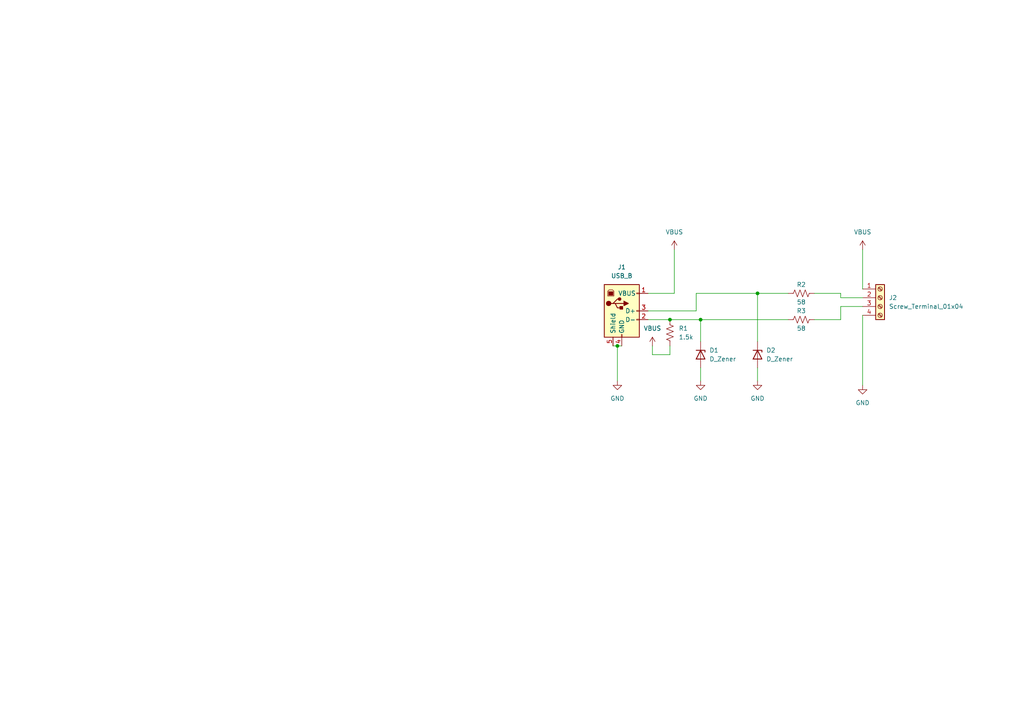
<source format=kicad_sch>
(kicad_sch (version 20230409) (generator eeschema)
  (paper "A4")
  (title_block (title "USB B") (date "2023-11-27"))
  (lib_symbols
    (symbol "Connector:Screw_Terminal_01x04" (pin_names (offset 1.016) hide)
      (property "Reference" "J" (at 0 5.08 0))
      (property "Value" "Screw_Terminal_01x04" (at 0 -7.62 0))
      (symbol "Screw_Terminal_01x04_1_1"
        (rectangle (start -1.27 3.81) (end 1.27 -6.35) (stroke (width 0.254)) (fill (type background)))
        (circle (center 0 -5.08) (radius 0.635) (stroke (width 0.1524)))
        (circle (center 0 -2.54) (radius 0.635) (stroke (width 0.1524)))
        (polyline (pts (xy -0.5334 -4.7498) (xy 0.3302 -5.588)) (stroke (width 0.1524)))
        (polyline (pts (xy -0.5334 -2.2098) (xy 0.3302 -3.048)) (stroke (width 0.1524)))
        (polyline (pts (xy -0.5334 0.3302) (xy 0.3302 -0.508)) (stroke (width 0.1524)))
        (polyline (pts (xy -0.5334 2.8702) (xy 0.3302 2.032)) (stroke (width 0.1524)))
        (polyline (pts (xy -0.3556 -4.572) (xy 0.508 -5.4102)) (stroke (width 0.1524)))
        (polyline (pts (xy -0.3556 -2.032) (xy 0.508 -2.8702)) (stroke (width 0.1524)))
        (polyline (pts (xy -0.3556 0.508) (xy 0.508 -0.3302)) (stroke (width 0.1524)))
        (polyline (pts (xy -0.3556 3.048) (xy 0.508 2.2098)) (stroke (width 0.1524)))
        (circle (center 0 0) (radius 0.635) (stroke (width 0.1524)))
        (circle (center 0 2.54) (radius 0.635) (stroke (width 0.1524)))
        (pin passive line (at -5.08 2.54 0) (length 3.81) (name "Pin_1") (number "1"))
        (pin passive line (at -5.08 0 0) (length 3.81) (name "Pin_2") (number "2"))
        (pin passive line (at -5.08 -2.54 0) (length 3.81) (name "Pin_3") (number "3"))
        (pin passive line (at -5.08 -5.08 0) (length 3.81) (name "Pin_4") (number "4"))
      )
    )
    (symbol "Connector:USB_B" (pin_names (offset 1.016))
      (property "Reference" "J" (at -5.08 11.43 0))
      (property "Value" "USB_B" (at -5.08 8.89 0))
      (symbol "USB_B_0_1"
        (rectangle (start -5.08 -7.62) (end 5.08 7.62) (stroke (width 0.254)) (fill (type background)))
        (circle (center -3.81 2.159) (radius 0.635) (stroke (width 0.254)) (fill (type outline)))
        (rectangle (start -3.81 5.588) (end -2.54 4.572) (fill (type outline)))
        (circle (center -0.635 3.429) (radius 0.381) (stroke (width 0.254)) (fill (type outline)))
        (rectangle (start -0.127 -7.62) (end 0.127 -6.858))
        (polyline (pts (xy -1.905 2.159) (xy 0.635 2.159)) (stroke (width 0.254)))
        (polyline (pts (xy -3.175 2.159) (xy -2.54 2.159) (xy -1.27 3.429) (xy -0.635 3.429)) (stroke (width 0.254)))
        (polyline (pts (xy -2.54 2.159) (xy -1.905 2.159) (xy -1.27 0.889) (xy 0 0.889)) (stroke (width 0.254)))
        (polyline (pts (xy 0.635 2.794) (xy 0.635 1.524) (xy 1.905 2.159) (xy 0.635 2.794)) (stroke (width 0.254)) (fill (type outline)))
        (polyline (pts (xy -4.064 4.318) (xy -2.286 4.318) (xy -2.286 5.715) (xy -2.667 6.096) (xy -3.683 6.096) (xy -4.064 5.715) (xy -4.064 4.318)))
        (rectangle (start 0.254 1.27) (end -0.508 0.508) (stroke (width 0.254)) (fill (type outline)))
        (rectangle (start 5.08 -2.667) (end 4.318 -2.413))
        (rectangle (start 5.08 -0.127) (end 4.318 0.127))
        (rectangle (start 5.08 4.953) (end 4.318 5.207))
      )
      (symbol "USB_B_1_1"
        (pin power_out line (at 7.62 5.08 180) (length 2.54) (name "VBUS") (number "1"))
        (pin bidirectional line (at 7.62 -2.54 180) (length 2.54) (name "D-") (number "2"))
        (pin bidirectional line (at 7.62 0 180) (length 2.54) (name "D+") (number "3"))
        (pin power_out line (at 0 -10.16 90) (length 2.54) (name "GND") (number "4"))
        (pin passive line (at -2.54 -10.16 90) (length 2.54) (name "Shield") (number "5"))
      )
    )
    (symbol "Device:D_Zener" (pin_numbers hide) (pin_names (offset 1.016) hide)
      (property "Reference" "D" (at 0 2.54 0))
      (property "Value" "D_Zener" (at 0 -2.54 0))
      (symbol "D_Zener_0_1"
        (polyline (pts (xy 1.27 0) (xy -1.27 0)))
        (polyline (pts (xy -1.27 -1.27) (xy -1.27 1.27) (xy -0.762 1.27)) (stroke (width 0.254)))
        (polyline (pts (xy 1.27 -1.27) (xy 1.27 1.27) (xy -1.27 0) (xy 1.27 -1.27)) (stroke (width 0.254)))
      )
      (symbol "D_Zener_1_1"
        (pin passive line (at -3.81 0 0) (length 2.54) (name "K") (number "1"))
        (pin passive line (at 3.81 0 180) (length 2.54) (name "A") (number "2"))
      )
    )
    (symbol "Device:R_US" (pin_numbers hide) (pin_names (offset 0))
      (property "Reference" "R" (at 2.54 0 90))
      (property "Value" "R_US" (at -2.54 0 90))
      (symbol "R_US_0_1"
        (polyline (pts (xy 0 -2.286) (xy 0 -2.54)))
        (polyline (pts (xy 0 2.286) (xy 0 2.54)))
        (polyline (pts (xy 0 -0.762) (xy 1.016 -1.143) (xy 0 -1.524) (xy -1.016 -1.905) (xy 0 -2.286)))
        (polyline (pts (xy 0 0.762) (xy 1.016 0.381) (xy 0 0) (xy -1.016 -0.381) (xy 0 -0.762)))
        (polyline (pts (xy 0 2.286) (xy 1.016 1.905) (xy 0 1.524) (xy -1.016 1.143) (xy 0 0.762)))
      )
      (symbol "R_US_1_1"
        (pin passive line (at 0 3.81 270) (length 1.27) (name "~") (number "1"))
        (pin passive line (at 0 -3.81 90) (length 1.27) (name "~") (number "2"))
      )
    )
    (symbol "power:GND" (power) (pin_names (offset 0))
      (property "Value" "GND" (at 0 -3.81 0))
      (symbol "GND_0_1"
        (polyline (pts (xy 0 0) (xy 0 -1.27) (xy 1.27 -1.27) (xy 0 -2.54) (xy -1.27 -1.27) (xy 0 -1.27)))
      )
      (symbol "GND_1_1"
        (pin power_in line (at 0 0 270) (length 0) hide (name "GND") (number "1"))
      )
    )
    (symbol "power:VBUS" (power) (pin_names (offset 0))
      (property "Value" "VBUS" (at 0 3.81 0))
      (symbol "VBUS_0_1"
        (polyline (pts (xy -0.762 1.27) (xy 0 2.54)))
        (polyline (pts (xy 0 0) (xy 0 2.54)))
        (polyline (pts (xy 0 2.54) (xy 0.762 1.27)))
      )
      (symbol "VBUS_1_1"
        (pin power_in line (at 0 0 90) (length 0) hide (name "VBUS") (number "1"))
      )
    )
  )
  (junction (at 179.07 100.33))
  (junction (at 203.2 92.71))
  (junction (at 219.71 85.09))
  (junction (at 194.31 92.71))
  (wire (pts (xy 250.19 91.44) (xy 250.19 111.76)))
  (wire (pts (xy 194.31 100.33) (xy 194.31 102.87)))
  (wire (pts (xy 250.19 72.39) (xy 250.19 83.82)))
  (wire (pts (xy 194.31 92.71) (xy 203.2 92.71)))
  (wire (pts (xy 219.71 106.68) (xy 219.71 110.49)))
  (wire (pts (xy 243.84 88.9) (xy 243.84 92.71)))
  (wire (pts (xy 243.84 85.09) (xy 243.84 86.36)))
  (wire (pts (xy 250.19 88.9) (xy 243.84 88.9)))
  (wire (pts (xy 243.84 86.36) (xy 250.19 86.36)))
  (wire (pts (xy 203.2 92.71) (xy 228.6 92.71)))
  (wire (pts (xy 203.2 106.68) (xy 203.2 110.49)))
  (wire (pts (xy 189.23 102.87) (xy 189.23 100.33)))
  (wire (pts (xy 201.93 90.17) (xy 187.96 90.17)))
  (wire (pts (xy 177.8 100.33) (xy 179.07 100.33)))
  (wire (pts (xy 201.93 85.09) (xy 201.93 90.17)))
  (wire (pts (xy 195.58 72.39) (xy 195.58 85.09)))
  (wire (pts (xy 194.31 102.87) (xy 189.23 102.87)))
  (wire (pts (xy 187.96 92.71) (xy 194.31 92.71)))
  (wire (pts (xy 219.71 85.09) (xy 201.93 85.09)))
  (wire (pts (xy 203.2 92.71) (xy 203.2 99.06)))
  (wire (pts (xy 236.22 85.09) (xy 243.84 85.09)))
  (wire (pts (xy 228.6 85.09) (xy 219.71 85.09)))
  (wire (pts (xy 219.71 85.09) (xy 219.71 99.06)))
  (wire (pts (xy 195.58 85.09) (xy 187.96 85.09)))
  (wire (pts (xy 179.07 100.33) (xy 180.34 100.33)))
  (wire (pts (xy 179.07 110.49) (xy 179.07 100.33)))
  (wire (pts (xy 236.22 92.71) (xy 243.84 92.71)))
  (symbol (lib_id "power:GND") (at 179.07 110.49 0) (unit 1)
    (property "Reference" "#PWR01" (effects hide))
    (property "Value" "GND" (at 179.07 115.57 0))
  )
  (symbol (lib_id "Device:R_US") (at 232.41 85.09 90) (unit 1)
    (property "Reference" "R2" (at 232.41 82.55 90))
    (property "Value" "58" (at 232.41 87.63 90))
    (property "Footprint" "Resistor_THT:R_Axial_DIN0614_L14.3mm_D5.7mm_P15.24mm_Horizontal" (effects hide))
  )
  (symbol (lib_id "Connector:USB_B") (at 180.34 90.17 0) (unit 1)
    (property "Reference" "J1" (at 180.34 77.47 0))
    (property "Value" "USB_B" (at 180.34 80.01 0))
    (property "Footprint" "Connector_USB:USB_B_Lumberg_2411_02_Horizontal" (effects hide))
    (property "Datasheet" " ~" (effects hide))
  )
  (symbol (lib_id "power:VBUS") (at 189.23 100.33 0) (unit 1)
    (property "Reference" "#PWR03" (effects hide))
    (property "Value" "VBUS" (at 189.23 95.25 0))
  )
  (symbol (lib_id "power:VBUS") (at 195.58 72.39 0) (unit 1)
    (property "Reference" "#PWR02" (effects hide))
    (property "Value" "VBUS" (at 195.58 67.31 0))
  )
  (symbol (lib_id "power:GND") (at 250.19 111.76 0) (unit 1)
    (property "Reference" "#PWR06" (effects hide))
    (property "Value" "GND" (at 250.19 116.84 0))
  )
  (symbol (lib_id "Device:D_Zener") (at 203.2 102.87 270) (unit 1)
    (property "Reference" "D1" (at 205.74 101.6 90) (effects (justify left)))
    (property "Value" "D_Zener" (at 205.74 104.14 90) (effects (justify left)))
    (property "Footprint" "Diode_THT:D_5W_P10.16mm_Horizontal" (effects hide))
  )
  (symbol (lib_id "power:VBUS") (at 250.19 72.39 0) (unit 1)
    (property "Reference" "#PWR07" (effects hide))
    (property "Value" "VBUS" (at 250.19 67.31 0))
  )
  (symbol (lib_id "Device:R_US") (at 232.41 92.71 90) (unit 1)
    (property "Reference" "R3" (at 232.41 90.17 90))
    (property "Value" "58" (at 232.41 95.25 90))
    (property "Footprint" "Resistor_THT:R_Axial_DIN0614_L14.3mm_D5.7mm_P15.24mm_Horizontal" (effects hide))
  )
  (symbol (lib_id "Connector:Screw_Terminal_01x04") (at 255.27 86.36 0) (unit 1)
    (property "Reference" "J2" (at 257.81 86.36 0) (effects (justify left)))
    (property "Value" "Screw_Terminal_01x04" (at 257.81 88.9 0) (effects (justify left)))
    (property "Footprint" "kicad-jst-xh-master:JST_B4B-XH-A" (effects hide))
  )
  (symbol (lib_id "Device:R_US") (at 194.31 96.52 0) (unit 1)
    (property "Reference" "R1" (at 196.85 95.25 0) (effects (justify left)))
    (property "Value" "1.5k" (at 196.85 97.79 0) (effects (justify left)))
    (property "Footprint" "Resistor_THT:R_Axial_DIN0614_L14.3mm_D5.7mm_P15.24mm_Horizontal" (effects hide))
  )
  (symbol (lib_id "power:GND") (at 219.71 110.49 0) (unit 1)
    (property "Reference" "#PWR05" (effects hide))
    (property "Value" "GND" (at 219.71 115.57 0))
  )
  (symbol (lib_id "power:GND") (at 203.2 110.49 0) (unit 1)
    (property "Reference" "#PWR04" (effects hide))
    (property "Value" "GND" (at 203.2 115.57 0))
  )
  (symbol (lib_id "Device:D_Zener") (at 219.71 102.87 270) (unit 1)
    (property "Reference" "D2" (at 222.25 101.6 90) (effects (justify left)))
    (property "Value" "D_Zener" (at 222.25 104.14 90) (effects (justify left)))
    (property "Footprint" "Diode_THT:D_5W_P10.16mm_Horizontal" (effects hide))
  )
)
</source>
